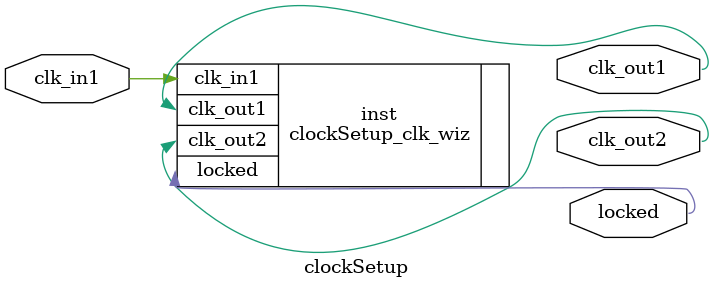
<source format=v>


`timescale 1ps/1ps

(* CORE_GENERATION_INFO = "clockSetup,clk_wiz_v6_0_9_0_0,{component_name=clockSetup,use_phase_alignment=true,use_min_o_jitter=false,use_max_i_jitter=false,use_dyn_phase_shift=false,use_inclk_switchover=false,use_dyn_reconfig=false,enable_axi=0,feedback_source=FDBK_AUTO,PRIMITIVE=PLL,num_out_clk=2,clkin1_period=10.000,clkin2_period=10.000,use_power_down=false,use_reset=false,use_locked=true,use_inclk_stopped=false,feedback_type=SINGLE,CLOCK_MGR_TYPE=NA,manual_override=false}" *)

module clockSetup 
 (
  // Clock out ports
  output        clk_out1,
  output        clk_out2,
  // Status and control signals
  output        locked,
 // Clock in ports
  input         clk_in1
 );

  clockSetup_clk_wiz inst
  (
  // Clock out ports  
  .clk_out1(clk_out1),
  .clk_out2(clk_out2),
  // Status and control signals               
  .locked(locked),
 // Clock in ports
  .clk_in1(clk_in1)
  );

endmodule

</source>
